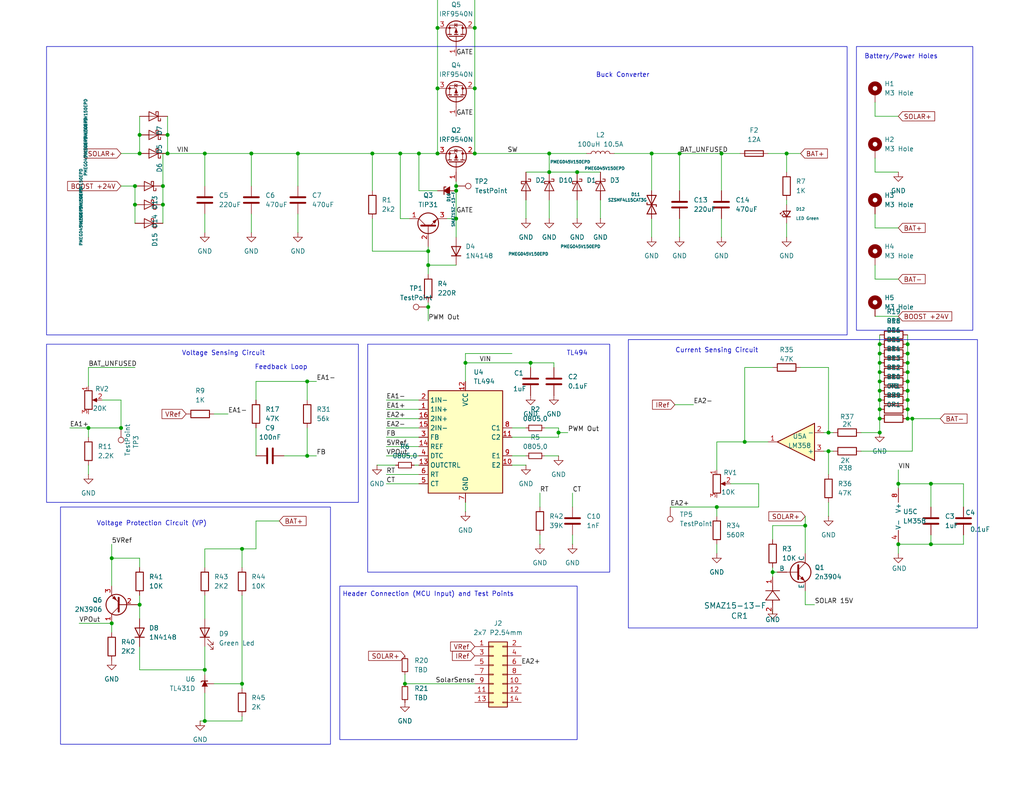
<source format=kicad_sch>
(kicad_sch (version 20231120) (generator "eeschema") (generator_version "8.0")
  (paper "USLetter")
  (title_block (title "Main") (date "2024-04-26") (rev "B01"))
  (junction (at 226.06 118.11))
  (junction (at 240.03 114.3))
  (junction (at 240.03 96.52))
  (junction (at 240.03 109.22))
  (junction (at 247.65 93.98))
  (junction (at 38.1 36.83))
  (junction (at 185.42 41.91))
  (junction (at 226.06 123.19))
  (junction (at 127 99.06))
  (junction (at 149.86 46.99))
  (junction (at 247.65 106.68))
  (junction (at 195.58 138.43))
  (junction (at 245.11 148.59))
  (junction (at 254 148.59))
  (junction (at 240.03 101.6))
  (junction (at 38.1 165.1))
  (junction (at 247.65 111.76))
  (junction (at 157.48 46.99))
  (junction (at 114.3 41.91))
  (junction (at 247.65 96.52))
  (junction (at 36.83 55.88))
  (junction (at 240.03 93.98))
  (junction (at 30.48 170.18))
  (junction (at 203.2 120.65))
  (junction (at 44.45 55.88))
  (junction (at 36.83 50.8))
  (junction (at 66.04 149.86))
  (junction (at 214.63 41.91))
  (junction (at 68.58 41.91))
  (junction (at 38.1 41.91))
  (junction (at 240.03 99.06))
  (junction (at 219.71 143.51))
  (junction (at 119.38 41.91))
  (junction (at 83.82 104.14))
  (junction (at 33.02 116.84))
  (junction (at 129.54 -11.43))
  (junction (at 24.13 116.84))
  (junction (at 247.65 114.3))
  (junction (at 240.03 111.76))
  (junction (at 101.6 41.91))
  (junction (at 240.03 106.68))
  (junction (at 248.92 114.3))
  (junction (at 30.48 152.4))
  (junction (at 119.38 24.13))
  (junction (at 124.46 50.8))
  (junction (at 55.88 41.91))
  (junction (at 247.65 109.22))
  (junction (at 144.78 99.06))
  (junction (at 210.82 156.21))
  (junction (at 254 132.08))
  (junction (at 109.22 41.91))
  (junction (at 152.4 118.11))
  (junction (at 196.85 41.91))
  (junction (at 129.54 24.13))
  (junction (at 124.46 59.69))
  (junction (at 55.88 182.88))
  (junction (at 116.84 83.82))
  (junction (at 116.84 68.58))
  (junction (at 81.28 41.91))
  (junction (at 247.65 104.14))
  (junction (at 66.04 186.69))
  (junction (at 44.45 50.8))
  (junction (at 119.38 7.62))
  (junction (at 116.84 72.39))
  (junction (at 45.72 41.91))
  (junction (at 240.03 118.11))
  (junction (at 55.88 196.85))
  (junction (at 129.54 41.91))
  (junction (at 247.65 101.6))
  (junction (at 245.11 132.08))
  (junction (at 177.8 41.91))
  (junction (at 149.86 41.91))
  (junction (at 119.38 -11.43))
  (junction (at 240.03 104.14))
  (junction (at 124.46 52.07))
  (junction (at 247.65 99.06))
  (junction (at 83.82 124.46))
  (junction (at 45.72 36.83))
  (junction (at 110.49 186.69))
  (junction (at 129.54 7.62))
  (wire (pts (xy 116.84 67.31) (xy 116.84 68.58)))
  (wire (pts (xy 144.78 99.06) (xy 144.78 100.33)))
  (wire (pts (xy 44.45 60.96) (xy 44.45 55.88)))
  (wire (pts (xy 109.22 41.91) (xy 114.3 41.91)))
  (wire (pts (xy 238.76 58.42) (xy 238.76 62.23)))
  (wire (pts (xy 45.72 31.75) (xy 45.72 36.83)))
  (wire (pts (xy 30.48 170.18) (xy 30.48 172.72)))
  (wire (pts (xy 101.6 59.69) (xy 101.6 68.58)))
  (wire (pts (xy 247.65 93.98) (xy 247.65 96.52)))
  (wire (pts (xy 139.7 124.46) (xy 143.51 124.46)))
  (wire (pts (xy 157.48 54.61) (xy 157.48 59.69)))
  (wire (pts (xy 24.13 116.84) (xy 24.13 119.38)))
  (wire (pts (xy 210.82 156.21) (xy 210.82 157.48)))
  (wire (pts (xy 240.03 91.44) (xy 240.03 93.98)))
  (wire (pts (xy 214.63 60.96) (xy 214.63 64.77)))
  (wire (pts (xy 214.63 54.61) (xy 214.63 55.88)))
  (wire (pts (xy 219.71 140.97) (xy 219.71 143.51)))
  (wire (pts (xy 83.82 104.14) (xy 83.82 109.22)))
  (wire (pts (xy 55.88 176.53) (xy 55.88 182.88)))
  (wire (pts (xy 139.7 96.52) (xy 127 96.52)))
  (wire (pts (xy 254 148.59) (xy 262.89 148.59)))
  (wire (pts (xy 38.1 162.56) (xy 38.1 165.1)))
  (wire (pts (xy 199.39 132.08) (xy 207.01 132.08)))
  (wire (pts (xy 240.03 106.68) (xy 240.03 109.22)))
  (wire (pts (xy 68.58 41.91) (xy 68.58 50.8)))
  (wire (pts (xy 55.88 162.56) (xy 55.88 168.91)))
  (wire (pts (xy 226.06 137.16) (xy 226.06 140.97)))
  (wire (pts (xy 30.48 152.4) (xy 30.48 160.02)))
  (wire (pts (xy 27.94 109.22) (xy 33.02 109.22)))
  (wire (pts (xy 167.64 41.91) (xy 177.8 41.91)))
  (wire (pts (xy 38.1 36.83) (xy 38.1 41.91)))
  (wire (pts (xy 110.49 186.69) (xy 129.54 186.69)))
  (wire (pts (xy 210.82 100.33) (xy 203.2 100.33)))
  (wire (pts (xy 148.59 124.46) (xy 152.4 124.46)))
  (wire (pts (xy 105.41 114.3) (xy 114.3 114.3)))
  (wire (pts (xy 36.83 50.8) (xy 36.83 55.88)))
  (wire (pts (xy 33.02 41.91) (xy 38.1 41.91)))
  (wire (pts (xy 151.13 99.06) (xy 151.13 100.33)))
  (wire (pts (xy 262.89 148.59) (xy 262.89 146.05)))
  (wire (pts (xy 119.38 -27.94) (xy 119.38 -11.43)))
  (wire (pts (xy 224.79 123.19) (xy 226.06 123.19)))
  (wire (pts (xy 124.46 50.8) (xy 124.46 52.07)))
  (wire (pts (xy 121.92 59.69) (xy 124.46 59.69)))
  (wire (pts (xy 124.46 59.69) (xy 124.46 64.77)))
  (wire (pts (xy 227.33 118.11) (xy 226.06 118.11)))
  (wire (pts (xy 55.88 41.91) (xy 68.58 41.91)))
  (wire (pts (xy 210.82 154.94) (xy 210.82 156.21)))
  (wire (pts (xy 69.85 104.14) (xy 83.82 104.14)))
  (wire (pts (xy 214.63 41.91) (xy 214.63 46.99)))
  (wire (pts (xy 55.88 41.91) (xy 55.88 50.8)))
  (wire (pts (xy 33.02 109.22) (xy 33.02 116.84)))
  (wire (pts (xy 55.88 149.86) (xy 66.04 149.86)))
  (wire (pts (xy 226.06 123.19) (xy 226.06 129.54)))
  (wire (pts (xy 240.03 101.6) (xy 240.03 104.14)))
  (wire (pts (xy 212.09 156.21) (xy 210.82 156.21)))
  (wire (pts (xy 55.88 196.85) (xy 66.04 196.85)))
  (wire (pts (xy 152.4 118.11) (xy 154.94 118.11)))
  (wire (pts (xy 247.65 104.14) (xy 247.65 106.68)))
  (wire (pts (xy 38.1 154.94) (xy 38.1 152.4)))
  (wire (pts (xy 68.58 41.91) (xy 81.28 41.91)))
  (wire (pts (xy 109.22 59.69) (xy 111.76 59.69)))
  (wire (pts (xy 44.45 50.8) (xy 44.45 41.91)))
  (wire (pts (xy 69.85 116.84) (xy 69.85 124.46)))
  (wire (pts (xy 38.1 176.53) (xy 38.1 182.88)))
  (wire (pts (xy 177.8 41.91) (xy 185.42 41.91)))
  (wire (pts (xy 226.06 123.19) (xy 227.33 123.19)))
  (wire (pts (xy 129.54 41.91) (xy 149.86 41.91)))
  (wire (pts (xy 45.72 41.91) (xy 55.88 41.91)))
  (wire (pts (xy 76.2 142.24) (xy 69.85 142.24)))
  (wire (pts (xy 44.45 41.91) (xy 45.72 41.91)))
  (wire (pts (xy 66.04 186.69) (xy 66.04 187.96)))
  (wire (pts (xy 119.38 7.62) (xy 119.38 24.13)))
  (wire (pts (xy 101.6 41.91) (xy 101.6 52.07)))
  (wire (pts (xy 83.82 104.14) (xy 86.36 104.14)))
  (wire (pts (xy 238.76 27.94) (xy 238.76 31.75)))
  (wire (pts (xy 185.42 41.91) (xy 196.85 41.91)))
  (wire (pts (xy 83.82 124.46) (xy 86.36 124.46)))
  (wire (pts (xy 226.06 118.11) (xy 224.79 118.11)))
  (wire (pts (xy 105.41 111.76) (xy 114.3 111.76)))
  (wire (pts (xy 152.4 116.84) (xy 152.4 118.11)))
  (wire (pts (xy 81.28 58.42) (xy 81.28 63.5)))
  (wire (pts (xy 38.1 31.75) (xy 38.1 36.83)))
  (wire (pts (xy 55.88 182.88) (xy 38.1 182.88)))
  (wire (pts (xy 214.63 41.91) (xy 209.55 41.91)))
  (wire (pts (xy 149.86 41.91) (xy 160.02 41.91)))
  (wire (pts (xy 157.48 46.99) (xy 163.83 46.99)))
  (wire (pts (xy 195.58 138.43) (xy 207.01 138.43)))
  (wire (pts (xy 44.45 55.88) (xy 44.45 50.8)))
  (wire (pts (xy 248.92 123.19) (xy 248.92 114.3)))
  (wire (pts (xy 262.89 132.08) (xy 254 132.08)))
  (wire (pts (xy 207.01 132.08) (xy 207.01 138.43)))
  (wire (pts (xy 195.58 120.65) (xy 203.2 120.65)))
  (wire (pts (xy 219.71 165.1) (xy 222.25 165.1)))
  (wire (pts (xy 203.2 120.65) (xy 209.55 120.65)))
  (wire (pts (xy 149.86 54.61) (xy 149.86 59.69)))
  (wire (pts (xy 254 132.08) (xy 245.11 132.08)))
  (wire (pts (xy 248.92 114.3) (xy 256.54 114.3)))
  (wire (pts (xy 113.03 127) (xy 114.3 127)))
  (wire (pts (xy 210.82 143.51) (xy 210.82 147.32)))
  (wire (pts (xy 69.85 142.24) (xy 69.85 149.86)))
  (wire (pts (xy 102.87 127) (xy 107.95 127)))
  (wire (pts (xy 240.03 111.76) (xy 240.03 114.3)))
  (wire (pts (xy 234.95 123.19) (xy 248.92 123.19)))
  (wire (pts (xy 245.11 128.27) (xy 245.11 132.08)))
  (wire (pts (xy 143.51 46.99) (xy 149.86 46.99)))
  (wire (pts (xy 105.41 124.46) (xy 114.3 124.46)))
  (wire (pts (xy 58.42 186.69) (xy 66.04 186.69)))
  (wire (pts (xy 152.4 118.11) (xy 152.4 119.38)))
  (wire (pts (xy 196.85 59.69) (xy 196.85 64.77)))
  (wire (pts (xy 203.2 100.33) (xy 203.2 120.65)))
  (wire (pts (xy 234.95 118.11) (xy 240.03 118.11)))
  (wire (pts (xy 139.7 116.84) (xy 143.51 116.84)))
  (wire (pts (xy 55.88 149.86) (xy 55.88 154.94)))
  (wire (pts (xy 114.3 41.91) (xy 119.38 41.91)))
  (wire (pts (xy 77.47 124.46) (xy 83.82 124.46)))
  (wire (pts (xy 116.84 68.58) (xy 116.84 72.39)))
  (wire (pts (xy 116.84 72.39) (xy 124.46 72.39)))
  (wire (pts (xy 238.76 76.2) (xy 245.11 76.2)))
  (wire (pts (xy 66.04 149.86) (xy 69.85 149.86)))
  (wire (pts (xy 139.7 127) (xy 143.51 127)))
  (wire (pts (xy 147.32 146.05) (xy 147.32 148.59)))
  (wire (pts (xy 38.1 165.1) (xy 38.1 168.91)))
  (wire (pts (xy 116.84 82.55) (xy 116.84 83.82)))
  (wire (pts (xy 55.88 58.42) (xy 55.88 63.5)))
  (wire (pts (xy 114.3 52.07) (xy 119.38 52.07)))
  (wire (pts (xy 127 96.52) (xy 127 99.06)))
  (wire (pts (xy 148.59 116.84) (xy 152.4 116.84)))
  (wire (pts (xy 24.13 127) (xy 24.13 129.54)))
  (wire (pts (xy 109.22 41.91) (xy 109.22 59.69)))
  (wire (pts (xy 238.76 43.18) (xy 238.76 46.99)))
  (wire (pts (xy 66.04 162.56) (xy 66.04 186.69)))
  (wire (pts (xy 238.76 31.75) (xy 245.11 31.75)))
  (wire (pts (xy 210.82 143.51) (xy 219.71 143.51)))
  (wire (pts (xy 163.83 54.61) (xy 163.83 59.69)))
  (wire (pts (xy 247.65 114.3) (xy 248.92 114.3)))
  (wire (pts (xy 218.44 100.33) (xy 226.06 100.33)))
  (wire (pts (xy 105.41 132.08) (xy 114.3 132.08)))
  (wire (pts (xy 116.84 72.39) (xy 116.84 74.93)))
  (wire (pts (xy 149.86 46.99) (xy 157.48 46.99)))
  (wire (pts (xy 182.88 138.43) (xy 195.58 138.43)))
  (wire (pts (xy 105.41 109.22) (xy 114.3 109.22)))
  (wire (pts (xy 124.46 52.07) (xy 124.46 59.69)))
  (wire (pts (xy 240.03 93.98) (xy 240.03 96.52)))
  (wire (pts (xy 21.59 170.18) (xy 30.48 170.18)))
  (wire (pts (xy 55.88 182.88) (xy 55.88 184.15)))
  (wire (pts (xy 81.28 41.91) (xy 81.28 50.8)))
  (wire (pts (xy 245.11 151.13) (xy 245.11 148.59)))
  (wire (pts (xy 127 99.06) (xy 144.78 99.06)))
  (wire (pts (xy 129.54 7.62) (xy 129.54 24.13)))
  (wire (pts (xy 247.65 96.52) (xy 247.65 99.06)))
  (wire (pts (xy 101.6 68.58) (xy 116.84 68.58)))
  (wire (pts (xy 254 132.08) (xy 254 138.43)))
  (wire (pts (xy 195.58 148.59) (xy 195.58 151.13)))
  (wire (pts (xy 55.88 189.23) (xy 55.88 196.85)))
  (wire (pts (xy 58.42 113.03) (xy 62.23 113.03)))
  (wire (pts (xy 30.48 152.4) (xy 38.1 152.4)))
  (wire (pts (xy 24.13 100.33) (xy 36.83 100.33)))
  (wire (pts (xy 247.65 99.06) (xy 247.65 101.6)))
  (wire (pts (xy 185.42 52.07) (xy 185.42 41.91)))
  (wire (pts (xy 147.32 134.62) (xy 147.32 138.43)))
  (wire (pts (xy 240.03 109.22) (xy 240.03 111.76)))
  (wire (pts (xy 55.88 196.85) (xy 54.61 196.85)))
  (wire (pts (xy 149.86 41.91) (xy 149.86 46.99)))
  (wire (pts (xy 240.03 99.06) (xy 240.03 101.6)))
  (wire (pts (xy 101.6 41.91) (xy 109.22 41.91)))
  (wire (pts (xy 45.72 36.83) (xy 45.72 41.91)))
  (wire (pts (xy 105.41 121.92) (xy 114.3 121.92)))
  (wire (pts (xy 238.76 72.39) (xy 238.76 76.2)))
  (wire (pts (xy 119.38 24.13) (xy 119.38 41.91)))
  (wire (pts (xy 184.15 110.49) (xy 189.23 110.49)))
  (wire (pts (xy 127 137.16) (xy 127 139.7)))
  (wire (pts (xy 196.85 41.91) (xy 196.85 52.07)))
  (wire (pts (xy 143.51 54.61) (xy 143.51 59.69)))
  (wire (pts (xy 240.03 96.52) (xy 240.03 99.06)))
  (wire (pts (xy 110.49 184.15) (xy 110.49 186.69)))
  (wire (pts (xy 33.02 50.8) (xy 36.83 50.8)))
  (wire (pts (xy 105.41 129.54) (xy 114.3 129.54)))
  (wire (pts (xy 30.48 148.59) (xy 30.48 152.4)))
  (wire (pts (xy 139.7 119.38) (xy 152.4 119.38)))
  (wire (pts (xy 247.65 109.22) (xy 247.65 111.76)))
  (wire (pts (xy 105.41 116.84) (xy 114.3 116.84)))
  (wire (pts (xy 24.13 100.33) (xy 24.13 105.41)))
  (wire (pts (xy 66.04 196.85) (xy 66.04 195.58)))
  (wire (pts (xy 195.58 138.43) (xy 195.58 140.97)))
  (wire (pts (xy 66.04 149.86) (xy 66.04 154.94)))
  (wire (pts (xy 177.8 41.91) (xy 177.8 52.07)))
  (wire (pts (xy 240.03 104.14) (xy 240.03 106.68)))
  (wire (pts (xy 105.41 119.38) (xy 114.3 119.38)))
  (wire (pts (xy 210.82 166.37) (xy 210.82 167.64)))
  (wire (pts (xy 247.65 101.6) (xy 247.65 104.14)))
  (wire (pts (xy 129.54 24.13) (xy 129.54 41.91)))
  (wire (pts (xy 238.76 46.99) (xy 245.11 46.99)))
  (wire (pts (xy 116.84 83.82) (xy 116.84 87.63)))
  (wire (pts (xy 114.3 41.91) (xy 114.3 52.07)))
  (wire (pts (xy 238.76 86.36) (xy 245.11 86.36)))
  (wire (pts (xy 185.42 59.69) (xy 185.42 64.77)))
  (wire (pts (xy 247.65 111.76) (xy 247.65 114.3)))
  (wire (pts (xy 238.76 62.23) (xy 245.11 62.23)))
  (wire (pts (xy 156.21 146.05) (xy 156.21 148.59)))
  (wire (pts (xy 69.85 109.22) (xy 69.85 104.14)))
  (wire (pts (xy 226.06 100.33) (xy 226.06 118.11)))
  (wire (pts (xy 254 148.59) (xy 254 146.05)))
  (wire (pts (xy 247.65 106.68) (xy 247.65 109.22)))
  (wire (pts (xy 68.58 58.42) (xy 68.58 63.5)))
  (wire (pts (xy 177.8 59.69) (xy 177.8 64.77)))
  (wire (pts (xy 144.78 99.06) (xy 151.13 99.06)))
  (wire (pts (xy 127 99.06) (xy 127 104.14)))
  (wire (pts (xy 214.63 41.91) (xy 218.44 41.91)))
  (wire (pts (xy 19.05 116.84) (xy 24.13 116.84)))
  (wire (pts (xy 129.54 -11.43) (xy 129.54 7.62)))
  (wire (pts (xy 262.89 138.43) (xy 262.89 132.08)))
  (wire (pts (xy 83.82 116.84) (xy 83.82 124.46)))
  (wire (pts (xy 196.85 41.91) (xy 201.93 41.91)))
  (wire (pts (xy 119.38 -11.43) (xy 119.38 7.62)))
  (wire (pts (xy 124.46 49.53) (xy 124.46 50.8)))
  (wire (pts (xy 245.11 132.08) (xy 245.11 133.35)))
  (wire (pts (xy 240.03 114.3) (xy 240.03 118.11)))
  (wire (pts (xy 219.71 143.51) (xy 219.71 151.13)))
  (wire (pts (xy 245.11 148.59) (xy 254 148.59)))
  (wire (pts (xy 219.71 161.29) (xy 219.71 165.1)))
  (wire (pts (xy 81.28 41.91) (xy 101.6 41.91)))
  (wire (pts (xy 247.65 91.44) (xy 247.65 93.98)))
  (wire (pts (xy 129.54 -27.94) (xy 129.54 -11.43)))
  (wire (pts (xy 33.02 116.84) (xy 24.13 116.84)))
  (wire (pts (xy 195.58 120.65) (xy 195.58 128.27)))
  (wire (pts (xy 36.83 55.88) (xy 36.83 60.96)))
  (wire (pts (xy 156.21 134.62) (xy 156.21 138.43)))
  (rectangle (start 233.68 12.7) (end 265.43 90.17))
  (rectangle (start 12.7 12.7) (end 231.14 91.44))
  (rectangle (start 171.45 92.71) (end 266.7 171.45))
  (rectangle (start 12.7 93.98) (end 97.79 137.16))
  (rectangle (start 100.33 93.98) (end 166.37 156.21))
  (rectangle (start 16.51 138.43) (end 90.17 203.2))
  (rectangle (start 92.71 160.02) (end 157.48 201.93))
  (text "Voltage Protection Circuit (VP)" (at 41.402 143.002 0) (effects (font (size 1.27 1.27))))
  (text "Voltage Sensing Circuit" (at 60.96 96.52 0) (effects (font (size 1.27 1.27))))
  (text "Feedback Loop" (at 76.708 100.33 0) (effects (font (size 1.27 1.27))))
  (text "Header Connection (MCU Input) and Test Points\n\n" (at 116.84 163.322 0) (effects (font (size 1.27 1.27))))
  (text "Current Sensing Circuit" (at 195.58 95.758 0) (effects (font (size 1.27 1.27))))
  (text "Battery/Power Holes\n" (at 245.872 15.494 0) (effects (font (size 1.27 1.27))))
  (text "Buck Converter\n" (at 169.926 20.574 0) (effects (font (size 1.27 1.27))))
  (text "TL494" (at 157.48 96.52 0) (effects (font (size 1.27 1.27))))
  (label "EA2-" (at 189.23 110.49 0))
  (label "SW" (at 138.43 41.91 0))
  (label "FB" (at 86.36 124.46 0))
  (label "VPOut" (at 21.59 170.18 0))
  (label "EA2-" (at 105.41 116.84 0))
  (label "EA1+" (at 19.05 116.84 0))
  (label "GATE" (at 124.46 -20.32 0))
  (label "CT" (at 105.41 132.08 0))
  (label "5VRef" (at 105.41 121.92 0))
  (label "RT" (at 105.41 129.54 0))
  (label "GATE" (at 124.46 58.42 0))
  (label "SOLAR 15V" (at 222.25 165.1 0))
  (label "VPOut" (at 105.41 124.46 0))
  (label "EA2+" (at 182.88 138.43 0))
  (label "RT" (at 147.32 134.62 0))
  (label "BAT_UNFUSED" (at 185.42 41.91 0))
  (label "PWM Out" (at 154.94 118.11 0))
  (label "EA1+" (at 105.41 111.76 0))
  (label "SolarSense" (at 129.54 186.69 180))
  (label "GATE" (at 124.46 31.75 0))
  (label "EA2+" (at 105.41 114.3 0))
  (label "5VRef" (at 30.48 148.59 0))
  (label "CT" (at 156.21 134.62 0))
  (label "EA2+" (at 142.24 181.61 0))
  (label "VIN" (at 130.81 99.06 0))
  (label "EA1-" (at 105.41 109.22 0))
  (label "FB" (at 105.41 119.38 0))
  (label "PWM Out" (at 116.84 87.63 0))
  (label "GATE" (at 124.46 15.24 0))
  (label "VIN" (at 245.11 128.27 0))
  (label "EA1-" (at 86.36 104.14 0))
  (label "BAT_UNFUSED" (at 24.13 100.33 0))
  (label "GATE" (at 124.46 -3.81 0))
  (label "VIN" (at 48.26 41.91 0))
  (label "EA1-" (at 62.23 113.03 0))
  (global_label "IRef" (shape input) (at 129.54 179.07 180) (property "Intersheetrefs" "${INTERSHEET_REFS}" (effects (hide yes))))
  (global_label "BAT-" (shape input) (at 256.54 114.3 0) (property "Intersheetrefs" "${INTERSHEET_REFS}" (effects (hide yes))))
  (global_label "VRef" (shape input) (at 129.54 176.53 180) (property "Intersheetrefs" "${INTERSHEET_REFS}" (effects (hide yes))))
  (global_label "BAT+" (shape input) (at 245.11 62.23 0) (property "Intersheetrefs" "${INTERSHEET_REFS}" (effects (hide yes))))
  (global_label "BAT+" (shape input) (at 76.2 142.24 0) (property "Intersheetrefs" "${INTERSHEET_REFS}" (effects (hide yes))))
  (global_label "SOLAR+" (shape input) (at 33.02 41.91 180) (property "Intersheetrefs" "${INTERSHEET_REFS}" (effects (hide yes))))
  (global_label "BAT+" (shape input) (at 218.44 41.91 0) (property "Intersheetrefs" "${INTERSHEET_REFS}" (effects (hide yes))))
  (global_label "SOLAR+" (shape input) (at 110.49 179.07 180) (property "Intersheetrefs" "${INTERSHEET_REFS}" (effects (hide yes))))
  (global_label "BAT-" (shape input) (at 245.11 76.2 0) (property "Intersheetrefs" "${INTERSHEET_REFS}" (effects (hide yes))))
  (global_label "VRef" (shape input) (at 50.8 113.03 180) (property "Intersheetrefs" "${INTERSHEET_REFS}" (effects (hide yes))))
  (global_label "SOLAR+" (shape input) (at 219.71 140.97 180) (property "Intersheetrefs" "${INTERSHEET_REFS}" (effects (hide yes))))
  (global_label "BOOST +24V" (shape input) (at 33.02 50.8 180) (property "Intersheetrefs" "${INTERSHEET_REFS}" (effects (hide yes))))
  (global_label "BOOST +24V" (shape input) (at 245.11 86.36 0) (property "Intersheetrefs" "${INTERSHEET_REFS}" (effects (hide yes))))
  (global_label "IRef" (shape input) (at 184.15 110.49 180) (property "Intersheetrefs" "${INTERSHEET_REFS}" (effects (hide yes))))
  (global_label "SOLAR+" (shape input) (at 245.11 31.75 0) (property "Intersheetrefs" "${INTERSHEET_REFS}" (effects (hide yes))))
  (symbol (lib_id "Device:R") (at 243.84 109.22 90) (unit 1)
    (property "Reference" "R10" (at 243.84 102.87 90))
    (property "Value" "0R1" (at 243.84 105.41 90))
    (property "Footprint" "Resistor_SMD:R_0805_2012Metric_Pad1.20x1.40mm_HandSolder" (effects (hide yes)))
    (property "Description" "Resistor" (effects (hide yes)))
  )
  (symbol (lib_id "Device:Fuse") (at 205.74 41.91 90) (unit 1)
    (property "Reference" "F2" (at 205.74 35.56 90))
    (property "Value" "12A" (at 205.74 38.1 90))
    (property "Footprint" "Fuse:Fuseholder_Clip-6.3x32mm_Littelfuse_102071_Inline_P34.70x7.60mm_D2.00mm_Horizontal" (effects (hide yes)))
    (property "Description" "Fuse" (effects (hide yes)))
  )
  (symbol (lib_id "Device:R") (at 66.04 191.77 0) (unit 1)
    (property "Reference" "R45" (at 68.58 190.4999 0) (effects (justify left)))
    (property "Value" "2K" (at 68.58 193.0399 0) (effects (justify left)))
    (property "Footprint" "Resistor_SMD:R_0805_2012Metric_Pad1.20x1.40mm_HandSolder" (effects (hide yes)))
    (property "Description" "Resistor" (effects (hide yes)))
  )
  (symbol (lib_id "power:GND") (at 156.21 148.59 0) (unit 1)
    (property "Reference" "#PWR035" (effects (hide yes)))
    (property "Value" "GND" (at 156.21 153.67 0))
    (property "Description" "Power symbol creates a global label with name \"GND\" , ground" (effects (hide yes)))
  )
  (symbol (lib_id "Device:R") (at 55.88 158.75 0) (unit 1)
    (property "Reference" "R43" (at 58.42 157.4799 0) (effects (justify left)))
    (property "Value" "2K2" (at 58.42 160.0199 0) (effects (justify left)))
    (property "Footprint" "Resistor_SMD:R_0805_2012Metric_Pad1.20x1.40mm_HandSolder" (effects (hide yes)))
    (property "Description" "Resistor" (effects (hide yes)))
  )
  (symbol (lib_id "Diode:PMEG045V150EPD") (at 163.83 50.8 270) (unit 1)
    (property "Reference" "D3" (at 166.37 49.2124 90) (effects (justify left)))
    (property "Value" "PMEG045V150EPD" (at 159.512 45.974 90) (effects (font (size 0.8 0.8)) (justify left)))
    (property "Footprint" "Package_TO_SOT_SMD:Nexperia_CFP15_SOT-1289" (effects (hide yes)))
    (property "Datasheet" "https://assets.nexperia.com/documents/data-sheet/PMEG045V150EPD.pdf" (effects (hide yes)))
    (property "Description" "45V, 15A low Vf MEGA Schottky barrier rectifier, SOT-1289" (effects (hide yes)))
  )
  (symbol (lib_id "power:GND") (at 152.4 124.46 0) (unit 1)
    (property "Reference" "#PWR032" (effects (hide yes)))
    (property "Value" "GND" (at 152.4 129.54 0))
    (property "Description" "Power symbol creates a global label with name \"GND\" , ground" (effects (hide yes)))
  )
  (symbol (lib_id "Transistor_FET:IRF9540N") (at 124.46 10.16 270) (mirror x) (unit 1)
    (property "Reference" "Q5" (at 124.46 1.27 90))
    (property "Value" "IRF9540N" (at 124.46 3.81 90))
    (property "Footprint" "Package_TO_SOT_THT:TO-220-3_Vertical" (effects (hide yes)))
    (property "Datasheet" "http://www.irf.com/product-info/datasheets/data/irf9540n.pdf" (effects (hide yes)))
    (property "Description" "-23A Id, -100V Vds, 117mOhm Rds, P-Channel HEXFET Power MOSFET, TO-220" (effects (hide yes)))
  )
  (symbol (lib_id "Device:C") (at 73.66 124.46 90) (unit 1)
    (property "Reference" "C9" (at 73.66 116.84 90))
    (property "Value" "100nF" (at 73.66 119.38 90))
    (property "Footprint" "Capacitor_SMD:C_0805_2012Metric_Pad1.18x1.45mm_HandSolder" (effects (hide yes)))
    (property "Description" "Unpolarized capacitor" (effects (hide yes)))
  )
  (symbol (lib_id "jlcpcb-basic-resistor:0805,0") (at 110.49 181.61 0) (unit 1)
    (property "Reference" "R20" (at 113.03 180.3399 0) (effects (justify left)))
    (property "Value" "TBD" (at 113.03 182.8799 0) (effects (justify left)))
    (property "Footprint" "R_0805_2012Metric" (effects (hide yes)))
    (property "Datasheet" "https://datasheet.lcsc.com/lcsc/2110251730_UNI-ROYAL-Uniroyal-Elec-0805W8F0000T5E_C17477.pdf" (effects (hide yes)))
    (property "Description" "1% 125mW Thick Film Resistors 150V   800ppm    -55    155   0   0805 Chip Resistor - Surface Mount ROHS" (effects (hide yes)))
    (property "LCSC" "C17477" (effects (hide yes)))
    (property "MFG" "UNI-ROYAL(Uniroyal Elec)" (effects (hide yes)))
    (property "MFGPN" "0805W8F0000T5E" (effects (hide yes)))
  )
  (symbol (lib_id "Device:R") (at 69.85 113.03 0) (unit 1)
    (property "Reference" "R17" (at 72.39 111.7599 0) (effects (justify left)))
    (property "Value" "47K" (at 72.39 114.2999 0) (effects (justify left)))
    (property "Footprint" "Resistor_SMD:R_0805_2012Metric_Pad1.20x1.40mm_HandSolder" (effects (hide yes)))
    (property "Description" "Resistor" (effects (hide yes)))
  )
  (symbol (lib_id "power:GND") (at 143.51 127 0) (unit 1)
    (property "Reference" "#PWR031" (effects (hide yes)))
    (property "Value" "GND" (at 143.51 132.08 0))
    (property "Description" "Power symbol creates a global label with name \"GND\" , ground" (effects (hide yes)))
  )
  (symbol (lib_id "power:GND") (at 127 139.7 0) (unit 1)
    (property "Reference" "#PWR028" (effects (hide yes)))
    (property "Value" "GND" (at 127 144.78 0))
    (property "Description" "Power symbol creates a global label with name \"GND\" , ground" (effects (hide yes)))
  )
  (symbol (lib_id "power:GND") (at 177.8 64.77 0) (unit 1)
    (property "Reference" "#PWR011" (effects (hide yes)))
    (property "Value" "GND" (at 177.8 69.85 0))
    (property "Description" "Power symbol creates a global label with name \"GND\" , ground" (effects (hide yes)))
  )
  (symbol (lib_id "Device:R") (at 30.48 176.53 0) (unit 1)
    (property "Reference" "R40" (at 33.02 175.2599 0) (effects (justify left)))
    (property "Value" "2K2" (at 33.02 177.7999 0) (effects (justify left)))
    (property "Footprint" "Resistor_SMD:R_0805_2012Metric_Pad1.20x1.40mm_HandSolder" (effects (hide yes)))
    (property "Description" "Resistor" (effects (hide yes)))
  )
  (symbol (lib_id "Device:C") (at 156.21 142.24 0) (unit 1)
    (property "Reference" "C10" (at 160.02 140.9699 0) (effects (justify left)))
    (property "Value" "1nF" (at 160.02 143.5099 0) (effects (justify left)))
    (property "Footprint" "Capacitor_SMD:C_0805_2012Metric_Pad1.18x1.45mm_HandSolder" (effects (hide yes)))
    (property "Description" "Unpolarized capacitor" (effects (hide yes)))
  )
  (symbol (lib_id "power:GND") (at 30.48 180.34 0) (unit 1)
    (property "Reference" "#PWR033" (effects (hide yes)))
    (property "Value" "GND" (at 30.48 185.42 0))
    (property "Description" "Power symbol creates a global label with name \"GND\" , ground" (effects (hide yes)))
  )
  (symbol (lib_id "power:GND") (at 151.13 107.95 0) (unit 1)
    (property "Reference" "#PWR02" (effects (hide yes)))
    (property "Value" "GND" (at 151.13 113.03 0))
    (property "Description" "Power symbol creates a global label with name \"GND\" , ground" (effects (hide yes)))
  )
  (symbol (lib_id "Simulation_SPICE:NPN") (at 217.17 156.21 0) (unit 1)
    (property "Reference" "Q1" (at 222.25 154.9399 0) (effects (justify left)))
    (property "Value" "2n3904" (at 222.25 157.4799 0) (effects (justify left)))
    (property "Footprint" "Package_TO_SOT_THT:TO-92_Inline" (effects (hide yes)))
    (property "Datasheet" "https://ngspice.sourceforge.io/docs/ngspice-html-manual/manual.xhtml#cha_BJTs" (effects (hide yes)))
    (property "Description" "Bipolar transistor symbol for simulation only, substrate tied to the emitter" (effects (hide yes)))
    (property "Sim.Device" "NPN" (effects (hide yes)))
    (property "Sim.Type" "GUMMELPOON" (effects (hide yes)))
    (property "Sim.Pins" "1=C 2=B 3=E" (effects (hide yes)))
  )
  (symbol (lib_id "Device:R") (at 243.84 93.98 90) (unit 1)
    (property "Reference" "R18" (at 243.84 87.63 90))
    (property "Value" "0R1" (at 243.84 90.17 90))
    (property "Footprint" "Resistor_SMD:R_0805_2012Metric_Pad1.20x1.40mm_HandSolder" (effects (hide yes)))
    (property "Description" "Resistor" (effects (hide yes)))
  )
  (symbol (lib_id "Device:R") (at 243.84 111.76 90) (unit 1)
    (property "Reference" "R8" (at 243.84 105.41 90))
    (property "Value" "0R1" (at 243.84 107.95 90))
    (property "Footprint" "Resistor_SMD:R_0805_2012Metric_Pad1.20x1.40mm_HandSolder" (effects (hide yes)))
    (property "Description" "Resistor" (effects (hide yes)))
  )
  (symbol (lib_id "Device:R") (at 83.82 113.03 0) (unit 1)
    (property "Reference" "R31" (at 86.36 111.7599 0) (effects (justify left)))
    (property "Value" "56k" (at 86.36 114.2999 0) (effects (justify left)))
    (property "Footprint" "Resistor_SMD:R_0805_2012Metric_Pad1.20x1.40mm_HandSolder" (effects (hide yes)))
    (property "Description" "Resistor" (effects (hide yes)))
  )
  (symbol (lib_id "Transistor_FET:IRF9540N") (at 124.46 26.67 270) (mirror x) (unit 1)
    (property "Reference" "Q4" (at 124.46 17.78 90))
    (property "Value" "IRF9540N" (at 124.46 20.32 90))
    (property "Footprint" "Package_TO_SOT_THT:TO-220-3_Vertical" (effects (hide yes)))
    (property "Datasheet" "http://www.irf.com/product-info/datasheets/data/irf9540n.pdf" (effects (hide yes)))
    (property "Description" "-23A Id, -100V Vds, 117mOhm Rds, P-Channel HEXFET Power MOSFET, TO-220" (effects (hide yes)))
  )
  (symbol (lib_id "Diode:PMEG045V150EPD") (at 41.91 36.83 180) (unit 1)
    (property "Reference" "D5" (at 43.4976 39.37 90) (effects (justify left)))
    (property "Value" "PMEG045V150EPD" (at 23.368 32.004 90) (effects (font (size 0.8 0.8)) (justify left)))
    (property "Footprint" "Package_TO_SOT_SMD:Nexperia_CFP15_SOT-1289" (effects (hide yes)))
    (property "Datasheet" "https://assets.nexperia.com/documents/data-sheet/PMEG045V150EPD.pdf" (effects (hide yes)))
    (property "Description" "45V, 15A low Vf MEGA Schottky barrier rectifier, SOT-1289" (effects (hide yes)))
  )
  (symbol (lib_id "Diode:PMEG045V150EPD") (at 40.64 55.88 180) (unit 1)
    (property "Reference" "D14" (at 42.2276 58.42 90) (effects (justify left)))
    (property "Value" "PMEG045V150EPD" (at 22.098 51.054 90) (effects (font (size 0.8 0.8)) (justify left)))
    (property "Footprint" "Package_TO_SOT_SMD:Nexperia_CFP15_SOT-1289" (effects (hide yes)))
    (property "Datasheet" "https://assets.nexperia.com/documents/data-sheet/PMEG045V150EPD.pdf" (effects (hide yes)))
    (property "Description" "45V, 15A low Vf MEGA Schottky barrier rectifier, SOT-1289" (effects (hide yes)))
  )
  (symbol (lib_id "power:GND") (at 147.32 148.59 0) (unit 1)
    (property "Reference" "#PWR034" (effects (hide yes)))
    (property "Value" "GND" (at 147.32 153.67 0))
    (property "Description" "Power symbol creates a global label with name \"GND\" , ground" (effects (hide yes)))
  )
  (symbol (lib_id "Device:C") (at 151.13 104.14 0) (unit 1)
    (property "Reference" "C2" (at 154.94 102.8699 0) (effects (justify left)))
    (property "Value" "0.1uF" (at 154.94 105.4099 0) (effects (justify left)))
    (property "Footprint" "Capacitor_SMD:C_0805_2012Metric" (effects (hide yes)))
    (property "Description" "Unpolarized capacitor" (effects (hide yes)))
  )
  (symbol (lib_id "jlcpcb-basic-resistor:0805,0") (at 146.05 124.46 90) (unit 1)
    (property "Reference" "R5" (at 146.05 119.38 90))
    (property "Value" "0805,0" (at 146.05 121.92 90))
    (property "Footprint" "R_0805_2012Metric" (effects (hide yes)))
    (property "Datasheet" "https://datasheet.lcsc.com/lcsc/2110251730_UNI-ROYAL-Uniroyal-Elec-0805W8F0000T5E_C17477.pdf" (effects (hide yes)))
    (property "Description" "1% 125mW Thick Film Resistors 150V   800ppm    -55    155   0   0805 Chip Resistor - Surface Mount ROHS" (effects (hide yes)))
    (property "LCSC" "C17477" (effects (hide yes)))
    (property "MFG" "UNI-ROYAL(Uniroyal Elec)" (effects (hide yes)))
    (property "MFGPN" "0805W8F0000T5E" (effects (hide yes)))
  )
  (symbol (lib_id "power:GND") (at 157.48 59.69 0) (unit 1)
    (property "Reference" "#PWR03" (effects (hide yes)))
    (property "Value" "GND" (at 157.48 64.77 0))
    (property "Description" "Power symbol creates a global label with name \"GND\" , ground" (effects (hide yes)))
  )
  (symbol (lib_id "Mechanical:MountingHole_Pad") (at 238.76 40.64 0) (unit 1) (exclude_from_sim yes) (in_bom no)
    (property "Reference" "H2" (at 241.3 38.0999 0) (effects (justify left)))
    (property "Value" "M3 Hole" (at 241.3 40.6399 0) (effects (justify left)))
    (property "Footprint" "MountingHole:MountingHole_3.2mm_M3_Pad_TopBottom" (effects (hide yes)))
    (property "Description" "Mounting Hole with connection" (effects (hide yes)))
  )
  (symbol (lib_id "Connector:TestPoint") (at 33.02 116.84 180) (unit 1)
    (property "Reference" "TP3" (at 37.084 120.65 90))
    (property "Value" "TestPoint" (at 34.798 120.142 90))
    (property "Footprint" "TestPoint:TestPoint_Loop_D2.54mm_Drill1.5mm_Beaded" (effects (hide yes)))
    (property "Description" "test point" (effects (hide yes)))
  )
  (symbol (lib_id "Connector:TestPoint") (at 116.84 83.82 90) (unit 1)
    (property "Reference" "TP1" (at 113.538 78.74 90))
    (property "Value" "TestPoint" (at 113.538 81.28 90))
    (property "Footprint" "TestPoint:TestPoint_Loop_D2.54mm_Drill1.5mm_Beaded" (effects (hide yes)))
    (property "Description" "test point" (effects (hide yes)))
  )
  (symbol (lib_id "2024-04-08_20-40-16:SMAZ15-13-F") (at 210.82 167.64 90) (unit 1)
    (property "Reference" "CR1" (at 199.39 168.148 90) (effects (font (size 1.524 1.524)) (justify right)))
    (property "Value" "SMAZ15-13-F" (at 192.024 165.354 90) (effects (font (size 1.524 1.524)) (justify right)))
    (property "Footprint" "Symbols and footprints:SMA_DIO" (effects (hide yes)))
    (property "Datasheet" "SMAZ15-13-F" (effects (hide yes)))
  )
  (symbol (lib_id "Transistor_FET:IRF9540N") (at 124.46 -25.4 270) (mirror x) (unit 1)
    (property "Reference" "Q8" (at 124.46 -34.29 90))
    (property "Value" "IRF9540N" (at 124.46 -31.75 90))
    (property "Footprint" "Package_TO_SOT_THT:TO-220-3_Vertical" (effects (hide yes)))
    (property "Datasheet" "http://www.irf.com/product-info/datasheets/data/irf9540n.pdf" (effects (hide yes)))
    (property "Description" "-23A Id, -100V Vds, 117mOhm Rds, P-Channel HEXFET Power MOSFET, TO-220" (effects (hide yes)))
  )
  (symbol (lib_id "Diode:PMEG045V150EPD") (at 149.86 50.8 270) (unit 1)
    (property "Reference" "D10" (at 152.4 49.2124 90) (effects (justify left)))
    (property "Value" "PMEG045V150EPD" (at 150.114 44.196 90) (effects (font (size 0.8 0.8)) (justify left)))
    (property "Footprint" "Package_TO_SOT_SMD:Nexperia_CFP15_SOT-1289" (effects (hide yes)))
    (property "Datasheet" "https://assets.nexperia.com/documents/data-sheet/PMEG045V150EPD.pdf" (effects (hide yes)))
    (property "Description" "45V, 15A low Vf MEGA Schottky barrier rectifier, SOT-1289" (effects (hide yes)))
  )
  (symbol (lib_id "Connector:TestPoint") (at 182.88 138.43 180) (unit 1)
    (property "Reference" "TP5" (at 185.42 140.4619 0) (effects (justify right)))
    (property "Value" "TestPoint" (at 185.42 143.0019 0) (effects (justify right)))
    (property "Footprint" "TestPoint:TestPoint_Loop_D2.54mm_Drill1.5mm_Beaded" (effects (hide yes)))
    (property "Description" "test point" (effects (hide yes)))
  )
  (symbol (lib_id "power:GND") (at 185.42 64.77 0) (unit 1)
    (property "Reference" "#PWR012" (effects (hide yes)))
    (property "Value" "GND" (at 185.42 69.85 0))
    (property "Description" "Power symbol creates a global label with name \"GND\" , ground" (effects (hide yes)))
  )
  (symbol (lib_id "power:GND") (at 143.51 59.69 0) (unit 1)
    (property "Reference" "#PWR04" (effects (hide yes)))
    (property "Value" "GND" (at 143.51 64.77 0))
    (property "Description" "Power symbol creates a global label with name \"GND\" , ground" (effects (hide yes)))
  )
  (symbol (lib_id "Device:R") (at 210.82 151.13 0) (unit 1)
    (property "Reference" "R3" (at 213.36 149.8599 0) (effects (justify left)))
    (property "Value" "10K" (at 213.36 152.3999 0) (effects (justify left)))
    (property "Footprint" "Resistor_SMD:R_0805_2012Metric_Pad1.20x1.40mm_HandSolder" (effects (hide yes)))
    (property "Description" "Resistor" (effects (hide yes)))
  )
  (symbol (lib_id "power:GND") (at 149.86 59.69 0) (unit 1)
    (property "Reference" "#PWR010" (effects (hide yes)))
    (property "Value" "GND" (at 149.86 64.77 0))
    (property "Description" "Power symbol creates a global label with name \"GND\" , ground" (effects (hide yes)))
  )
  (symbol (lib_id "Device:R") (at 231.14 118.11 90) (unit 1)
    (property "Reference" "R37" (at 231.14 113.792 90))
    (property "Value" "2K" (at 231.14 115.824 90))
    (property "Footprint" "Resistor_SMD:R_0805_2012Metric_Pad1.20x1.40mm_HandSolder" (effects (hide yes)))
    (property "Description" "Resistor" (effects (hide yes)))
  )
  (symbol (lib_id "power:GND") (at 196.85 64.77 0) (unit 1)
    (property "Reference" "#PWR013" (effects (hide yes)))
    (property "Value" "GND" (at 196.85 69.85 0))
    (property "Description" "Power symbol creates a global label with name \"GND\" , ground" (effects (hide yes)))
  )
  (symbol (lib_id "Transistor_BJT:BC557") (at 33.02 165.1 180) (unit 1)
    (property "Reference" "Q6" (at 27.94 163.8299 0) (effects (justify left)))
    (property "Value" "2N3906" (at 27.94 166.3699 0) (effects (justify left)))
    (property "Footprint" "Package_TO_SOT_THT:TO-92_Inline" (effects (hide yes)))
    (property "Datasheet" "https://www.onsemi.com/pub/Collateral/BC556BTA-D.pdf" (effects (hide yes)))
    (property "Description" "0.1A Ic, 45V Vce, PNP Small Signal Transistor, TO-92" (effects (hide yes)))
  )
  (symbol (lib_id "Transistor_FET:IRF9540N") (at 124.46 44.45 270) (mirror x) (unit 1)
    (property "Reference" "Q2" (at 124.46 35.56 90))
    (property "Value" "IRF9540N" (at 124.46 38.1 90))
    (property "Footprint" "Package_TO_SOT_THT:TO-220-3_Vertical" (effects (hide yes)))
    (property "Datasheet" "http://www.irf.com/product-info/datasheets/data/irf9540n.pdf" (effects (hide yes)))
    (property "Description" "-23A Id, -100V Vds, 117mOhm Rds, P-Channel HEXFET Power MOSFET, TO-220" (effects (hide yes)))
  )
  (symbol (lib_id "power:GND") (at 68.58 63.5 0) (unit 1)
    (property "Reference" "#PWR08" (effects (hide yes)))
    (property "Value" "GND" (at 68.58 68.58 0))
    (property "Description" "Power symbol creates a global label with name \"GND\" , ground" (effects (hide yes)))
  )
  (symbol (lib_id "Device:R") (at 243.84 104.14 90) (unit 1)
    (property "Reference" "R13" (at 243.84 97.79 90))
    (property "Value" "0R1" (at 243.84 100.33 90))
    (property "Footprint" "Resistor_SMD:R_0805_2012Metric_Pad1.20x1.40mm_HandSolder" (effects (hide yes)))
    (property "Description" "Resistor" (effects (hide yes)))
  )
  (symbol (lib_id "power:GND") (at 55.88 63.5 0) (unit 1)
    (property "Reference" "#PWR07" (effects (hide yes)))
    (property "Value" "GND" (at 55.88 68.58 0))
    (property "Description" "Power symbol creates a global label with name \"GND\" , ground" (effects (hide yes)))
  )
  (symbol (lib_id "power:GND") (at 226.06 140.97 0) (unit 1)
    (property "Reference" "#PWR030" (effects (hide yes)))
    (property "Value" "GND" (at 226.06 146.05 0))
    (property "Description" "Power symbol creates a global label with name \"GND\" , ground" (effects (hide yes)))
  )
  (symbol (lib_id "Mechanical:MountingHole_Pad") (at 238.76 83.82 0) (unit 1) (exclude_from_sim yes) (in_bom no)
    (property "Reference" "H5" (at 241.3 81.2799 0) (effects (justify left)))
    (property "Value" "M3 Hole" (at 241.3 83.8199 0) (effects (justify left)))
    (property "Footprint" "MountingHole:MountingHole_3.2mm_M3_Pad_TopBottom" (effects (hide yes)))
    (property "Description" "Mounting Hole with connection" (effects (hide yes)))
  )
  (symbol (lib_id "Device:R") (at 231.14 123.19 270) (unit 1)
    (property "Reference" "R38" (at 230.632 127.762 90))
    (property "Value" "2K" (at 230.632 125.73 90))
    (property "Footprint" "Resistor_SMD:R_0805_2012Metric_Pad1.20x1.40mm_HandSolder" (effects (hide yes)))
    (property "Description" "Resistor" (effects (hide yes)))
  )
  (symbol (lib_id "Device:R") (at 243.84 101.6 90) (unit 1)
    (property "Reference" "R14" (at 243.84 95.25 90))
    (property "Value" "0R1" (at 243.84 97.79 90))
    (property "Footprint" "Resistor_SMD:R_0805_2012Metric_Pad1.20x1.40mm_HandSolder" (effects (hide yes)))
    (property "Description" "Resistor" (effects (hide yes)))
  )
  (symbol (lib_id "power:GND") (at 102.87 127 0) (unit 1)
    (property "Reference" "#PWR026" (effects (hide yes)))
    (property "Value" "GND" (at 102.87 132.08 0))
    (property "Description" "Power symbol creates a global label with name \"GND\" , ground" (effects (hide yes)))
  )
  (symbol (lib_id "Device:C") (at 196.85 55.88 0) (unit 1)
    (property "Reference" "C14" (at 200.66 54.6099 0) (effects (justify left)))
    (property "Value" "470uF" (at 200.66 57.1499 0) (effects (justify left)))
    (property "Footprint" "Capacitor_THT:CP_Radial_D10.0mm_P5.00mm" (effects (hide yes)))
    (property "Description" "Unpolarized capacitor" (effects (hide yes)))
  )
  (symbol (lib_id "Device:R_Potentiometer") (at 195.58 132.08 0) (unit 1)
    (property "Reference" "RV1" (at 201.168 129.032 0) (effects (justify right)))
    (property "Value" "10K" (at 200.66 134.366 0) (effects (justify right)))
    (property "Footprint" "Connector_PinHeader_2.54mm:PinHeader_1x03_P2.54mm_Vertical" (effects (hide yes)))
    (property "Description" "Potentiometer" (effects (hide yes)))
  )
  (symbol (lib_id "Mechanical:MountingHole_Pad") (at 238.76 55.88 0) (unit 1) (exclude_from_sim yes) (in_bom no)
    (property "Reference" "H3" (at 241.3 53.3399 0) (effects (justify left)))
    (property "Value" "M3 Hole" (at 241.3 55.8799 0) (effects (justify left)))
    (property "Footprint" "MountingHole:MountingHole_3.2mm_M3_Pad_TopBottom" (effects (hide yes)))
    (property "Description" "Mounting Hole with connection" (effects (hide yes)))
  )
  (symbol (lib_id "power:GND") (at 210.82 166.37 0) (unit 1)
    (property "Reference" "#PWR016" (effects (hide yes)))
    (property "Value" "GND" (at 210.82 169.164 0))
    (property "Description" "Power symbol creates a global label with name \"GND\" , ground" (effects (hide yes)))
  )
  (symbol (lib_id "Device:C") (at 55.88 54.61 0) (unit 1)
    (property "Reference" "C5" (at 59.69 53.3399 0) (effects (justify left)))
    (property "Value" "220uF" (at 59.69 55.8799 0) (effects (justify left)))
    (property "Footprint" "Capacitor_THT:CP_Radial_D12.5mm_P5.00mm" (effects (hide yes)))
    (property "Description" "Unpolarized capacitor" (effects (hide yes)))
  )
  (symbol (lib_id "power:GND") (at 240.03 118.11 0) (unit 1)
    (property "Reference" "#PWR06" (effects (hide yes)))
    (property "Value" "GND" (at 240.03 123.19 0))
    (property "Description" "Power symbol creates a global label with name \"GND\" , ground" (effects (hide yes)))
  )
  (symbol (lib_id "Device:R") (at 147.32 142.24 0) (unit 1)
    (property "Reference" "R42" (at 149.86 140.9699 0) (effects (justify left)))
    (property "Value" "39K" (at 149.86 143.5099 0) (effects (justify left)))
    (property "Footprint" "Resistor_SMD:R_0805_2012Metric_Pad1.20x1.40mm_HandSolder" (effects (hide yes)))
    (property "Description" "Resistor" (effects (hide yes)))
  )
  (symbol (lib_id "power:GND") (at 110.49 191.77 0) (unit 1)
    (property "Reference" "#PWR017" (effects (hide yes)))
    (property "Value" "GND" (at 110.49 196.85 0))
    (property "Description" "Power symbol creates a global label with name \"GND\" , ground" (effects (hide yes)))
  )
  (symbol (lib_id "jlcpcb-basic-resistor:0805,0") (at 110.49 127 90) (unit 1)
    (property "Reference" "R6" (at 110.49 121.92 90))
    (property "Value" "0805,0" (at 110.49 124.46 90))
    (property "Footprint" "R_0805_2012Metric" (effects (hide yes)))
    (property "Datasheet" "https://datasheet.lcsc.com/lcsc/2110251730_UNI-ROYAL-Uniroyal-Elec-0805W8F0000T5E_C17477.pdf" (effects (hide yes)))
    (property "Description" "1% 125mW Thick Film Resistors 150V   800ppm    -55    155   0   0805 Chip Resistor - Surface Mount ROHS" (effects (hide yes)))
    (property "LCSC" "C17477" (effects (hide yes)))
    (property "MFG" "UNI-ROYAL(Uniroyal Elec)" (effects (hide yes)))
    (property "MFGPN" "0805W8F0000T5E" (effects (hide yes)))
  )
  (symbol (lib_id "power:GND") (at 163.83 59.69 0) (unit 1)
    (property "Reference" "#PWR05" (effects (hide yes)))
    (property "Value" "GND" (at 163.83 64.77 0))
    (property "Description" "Power symbol creates a global label with name \"GND\" , ground" (effects (hide yes)))
  )
  (symbol (lib_id "Amplifier_Operational:LM358") (at 247.65 140.97 0) (unit 3)
    (property "Reference" "U5" (at 246.38 139.6999 0) (effects (justify left)))
    (property "Value" "LM358" (at 246.38 142.2399 0) (effects (justify left)))
    (property "Footprint" "Package_DIP:DIP-8_W7.62mm_Socket" (effects (hide yes)))
    (property "Datasheet" "http://www.ti.com/lit/ds/symlink/lm2904-n.pdf" (effects (hide yes)))
    (property "Description" "Low-Power, Dual Operational Amplifiers, DIP-8/SOIC-8/TO-99-8" (effects (hide yes)))
  )
  (symbol (lib_id "Diode:1N4148") (at 38.1 172.72 90) (unit 1)
    (property "Reference" "D8" (at 40.64 171.4499 90) (effects (justify right)))
    (property "Value" "1N4148" (at 40.64 173.9899 90) (effects (justify right)))
    (property "Footprint" "Diode_THT:D_DO-35_SOD27_P7.62mm_Horizontal" (effects (hide yes)))
    (property "Datasheet" "https://assets.nexperia.com/documents/data-sheet/1N4148_1N4448.pdf" (effects (hide yes)))
    (property "Description" "100V 0.15A standard switching diode, DO-35" (effects (hide yes)))
    (property "Sim.Device" "D" (effects (hide yes)))
    (property "Sim.Pins" "1=K 2=A" (effects (hide yes)))
  )
  (symbol (lib_id "power:GND") (at 195.58 151.13 0) (unit 1)
    (property "Reference" "#PWR027" (effects (hide yes)))
    (property "Value" "GND" (at 195.58 156.21 0))
    (property "Description" "Power symbol creates a global label with name \"GND\" , ground" (effects (hide yes)))
  )
  (symbol (lib_id "Connector_Generic:Conn_02x07_Odd_Even") (at 134.62 184.15 0) (unit 1)
    (property "Reference" "J2" (at 135.89 170.18 0))
    (property "Value" "2x7 P2.54mm" (at 135.89 172.72 0))
    (property "Footprint" "Connector_PinHeader_2.54mm:PinHeader_2x07_P2.54mm_Vertical" (effects (hide yes)))
    (property "Description" "Generic connector, double row, 02x07, odd/even pin numbering scheme (row 1 odd numbers, row 2 even numbers), script generated (kicad-library-utils/schlib/autogen/connector/)" (effects (hide yes)))
    (property "Digikey PN" "2057-PH2-14-UA-ND" (effects (hide yes)))
  )
  (symbol (lib_id "Device:R") (at 54.61 113.03 270) (unit 1)
    (property "Reference" "R9" (at 54.61 106.68 90))
    (property "Value" "1K" (at 54.61 109.22 90))
    (property "Footprint" "Resistor_SMD:R_0805_2012Metric_Pad1.20x1.40mm_HandSolder" (effects (hide yes)))
    (property "Description" "Resistor" (effects (hide yes)))
  )
  (symbol (lib_id "jlcpcb-basic-resistor:0805,0") (at 110.49 189.23 0) (unit 1)
    (property "Reference" "R21" (at 113.03 187.9599 0) (effects (justify left)))
    (property "Value" "TBD" (at 113.03 190.4999 0) (effects (justify left)))
    (property "Footprint" "R_0805_2012Metric" (effects (hide yes)))
    (property "Datasheet" "https://datasheet.lcsc.com/lcsc/2110251730_UNI-ROYAL-Uniroyal-Elec-0805W8F0000T5E_C17477.pdf" (effects (hide yes)))
    (property "Description" "1% 125mW Thick Film Resistors 150V   800ppm    -55    155   0   0805 Chip Resistor - Surface Mount ROHS" (effects (hide yes)))
    (property "LCSC" "C17477" (effects (hide yes)))
    (property "MFG" "UNI-ROYAL(Uniroyal Elec)" (effects (hide yes)))
    (property "MFGPN" "0805W8F0000T5E" (effects (hide yes)))
  )
  (symbol (lib_id "Diode:1N4148") (at 124.46 68.58 90) (unit 1)
    (property "Reference" "D4" (at 127 67.3099 90) (effects (justify right)))
    (property "Value" "1N4148" (at 127 69.8499 90) (effects (justify right)))
    (property "Footprint" "Diode_THT:D_DO-35_SOD27_P7.62mm_Horizontal" (effects (hide yes)))
    (property "Datasheet" "https://assets.nexperia.com/documents/data-sheet/1N4148_1N4448.pdf" (effects (hide yes)))
    (property "Description" "100V 0.15A standard switching diode, DO-35" (effects (hide yes)))
    (property "Sim.Device" "D" (effects (hide yes)))
    (property "Sim.Pins" "1=K 2=A" (effects (hide yes)))
  )
  (symbol (lib_id "Device:R") (at 38.1 158.75 0) (unit 1)
    (property "Reference" "R41" (at 40.64 157.4799 0) (effects (justify left)))
    (property "Value" "10K" (at 40.64 160.0199 0) (effects (justify left)))
    (property "Footprint" "Resistor_SMD:R_0805_2012Metric_Pad1.20x1.40mm_HandSolder" (effects (hide yes)))
    (property "Description" "Resistor" (effects (hide yes)))
  )
  (symbol (lib_id "Device:R") (at 214.63 50.8 0) (unit 1)
    (property "Reference" "R7" (at 217.17 49.5299 0) (effects (justify left)))
    (property "Value" "1K" (at 217.17 52.0699 0) (effects (justify left)))
    (property "Footprint" "Resistor_SMD:R_0805_2012Metric" (effects (hide yes)))
    (property "Description" "Resistor" (effects (hide yes)))
  )
  (symbol (lib_id "Device:R") (at 243.84 96.52 90) (unit 1)
    (property "Reference" "R16" (at 243.84 90.17 90))
    (property "Value" "0R1" (at 243.84 92.71 90))
    (property "Footprint" "Resistor_SMD:R_0805_2012Metric_Pad1.20x1.40mm_HandSolder" (effects (hide yes)))
    (property "Description" "Resistor" (effects (hide yes)))
  )
  (symbol (lib_id "power:GND") (at 214.63 64.77 0) (unit 1)
    (property "Reference" "#PWR014" (effects (hide yes)))
    (property "Value" "GND" (at 214.63 69.85 0))
    (property "Description" "Power symbol creates a global label with name \"GND\" , ground" (effects (hide yes)))
  )
  (symbol (lib_id "Device:R") (at 66.04 158.75 0) (unit 1)
    (property "Reference" "R44" (at 68.58 157.4799 0) (effects (justify left)))
    (property "Value" "10K" (at 68.58 160.0199 0) (effects (justify left)))
    (property "Footprint" "Resistor_SMD:R_0805_2012Metric_Pad1.20x1.40mm_HandSolder" (effects (hide yes)))
    (property "Description" "Resistor" (effects (hide yes)))
  )
  (symbol (lib_id "Device:C") (at 68.58 54.61 0) (unit 1)
    (property "Reference" "C6" (at 72.39 53.3399 0) (effects (justify left)))
    (property "Value" "470uF" (at 72.39 55.8799 0) (effects (justify left)))
    (property "Footprint" "Capacitor_THT:CP_Radial_D12.5mm_P5.00mm" (effects (hide yes)))
    (property "Description" "Unpolarized capacitor" (effects (hide yes)))
  )
  (symbol (lib_id "Device:C") (at 81.28 54.61 0) (unit 1)
    (property "Reference" "C7" (at 85.09 53.3399 0) (effects (justify left)))
    (property "Value" "470uF" (at 85.09 55.8799 0) (effects (justify left)))
    (property "Footprint" "Capacitor_THT:CP_Radial_D12.5mm_P5.00mm" (effects (hide yes)))
    (property "Description" "Unpolarized capacitor" (effects (hide yes)))
  )
  (symbol (lib_id "Device:R") (at 243.84 99.06 90) (unit 1)
    (property "Reference" "R15" (at 243.84 92.71 90))
    (property "Value" "0R1" (at 243.84 95.25 90))
    (property "Footprint" "Resistor_SMD:R_0805_2012Metric_Pad1.20x1.40mm_HandSolder" (effects (hide yes)))
    (property "Description" "Resistor" (effects (hide yes)))
  )
  (symbol (lib_id "Amplifier_Operational:LM358") (at 217.17 120.65 180) (unit 1)
    (property "Reference" "U5" (at 218.186 119.126 0))
    (property "Value" "LM358" (at 218.186 121.666 0))
    (property "Footprint" "Package_DIP:DIP-8_W7.62mm_Socket" (effects (hide yes)))
    (property "Datasheet" "http://www.ti.com/lit/ds/symlink/lm2904-n.pdf" (effects (hide yes)))
    (property "Description" "Low-Power, Dual Operational Amplifiers, DIP-8/SOIC-8/TO-99-8" (effects (hide yes)))
  )
  (symbol (lib_id "Device:D_TVS") (at 177.8 55.88 90) (unit 1)
    (property "Reference" "D11" (at 172.212 53.086 90) (effects (font (size 0.8 0.8)) (justify right)))
    (property "Value" "SZSMF4L15CAT3G" (at 165.862 54.61 90) (effects (font (size 0.8 0.8)) (justify right)))
    (property "Footprint" "Diode_SMD:D_SOD-123F" (effects (hide yes)))
    (property "Description" "Bidirectional transient-voltage-suppression diode" (effects (hide yes)))
  )
  (symbol (lib_id "Diode:PMEG045V150EPD") (at 41.91 41.91 180) (unit 1)
    (property "Reference" "D6" (at 43.4976 44.45 90) (effects (justify left)))
    (property "Value" "PMEG045V150EPD" (at 23.368 37.084 90) (effects (font (size 0.8 0.8)) (justify left)))
    (property "Footprint" "Package_TO_SOT_SMD:Nexperia_CFP15_SOT-1289" (effects (hide yes)))
    (property "Datasheet" "https://assets.nexperia.com/documents/data-sheet/PMEG045V150EPD.pdf" (effects (hide yes)))
    (property "Description" "45V, 15A low Vf MEGA Schottky barrier rectifier, SOT-1289" (effects (hide yes)))
  )
  (symbol (lib_id "Diode:PMEG045V150EPD") (at 40.64 60.96 180) (unit 1)
    (property "Reference" "D15" (at 42.2276 63.5 90) (effects (justify left)))
    (property "Value" "PMEG045V150EPD" (at 22.098 56.134 90) (effects (font (size 0.8 0.8)) (justify left)))
    (property "Footprint" "Package_TO_SOT_SMD:Nexperia_CFP15_SOT-1289" (effects (hide yes)))
    (property "Datasheet" "https://assets.nexperia.com/documents/data-sheet/PMEG045V150EPD.pdf" (effects (hide yes)))
    (property "Description" "45V, 15A low Vf MEGA Schottky barrier rectifier, SOT-1289" (effects (hide yes)))
  )
  (symbol (lib_id "Device:R") (at 243.84 106.68 90) (unit 1)
    (property "Reference" "R12" (at 243.84 100.33 90))
    (property "Value" "0R1" (at 243.84 102.87 90))
    (property "Footprint" "Resistor_SMD:R_0805_2012Metric_Pad1.20x1.40mm_HandSolder" (effects (hide yes)))
    (property "Description" "Resistor" (effects (hide yes)))
  )
  (symbol (lib_id "Regulator_Controller:TL494") (at 127 121.92 0) (unit 1)
    (property "Reference" "U4" (at 129.1941 101.6 0) (effects (justify left)))
    (property "Value" "TL494" (at 129.1941 104.14 0) (effects (justify left)))
    (property "Footprint" "Package_DIP:DIP-16_W7.62mm_Socket" (effects (hide yes)))
    (property "Datasheet" "http://www.ti.com/lit/ds/symlink/tl494.pdf" (effects (hide yes)))
    (property "Description" "Pulse-Width-Modulation Control Circuits, PDIP-16/SOIC-16/TSSOP-16" (effects (hide yes)))
  )
  (symbol (lib_id "power:GND") (at 245.11 151.13 0) (unit 1)
    (property "Reference" "#PWR029" (effects (hide yes)))
    (property "Value" "GND" (at 245.364 155.194 0))
    (property "Description" "Power symbol creates a global label with name \"GND\" , ground" (effects (hide yes)))
  )
  (symbol (lib_id "Device:C") (at 185.42 55.88 0) (unit 1)
    (property "Reference" "C13" (at 189.23 54.6099 0) (effects (justify left)))
    (property "Value" "220uF" (at 189.23 57.1499 0) (effects (justify left)))
    (property "Footprint" "Capacitor_THT:CP_Radial_D10.0mm_P5.00mm" (effects (hide yes)))
    (property "Datasheet" "https://www.rubycon.co.jp/wp-content/uploads/catalog-aluminum/BXC.pdf" (effects (hide yes)))
    (property "Description" "Unpolarized capacitor" (effects (hide yes)))
  )
  (symbol (lib_id "Transistor_BJT:BC337") (at 116.84 62.23 90) (unit 1)
    (property "Reference" "Q3" (at 116.84 53.34 90))
    (property "Value" "TIP31" (at 116.84 55.88 90))
    (property "Footprint" "Package_TO_SOT_THT:TO-92_Inline" (effects (hide yes)))
    (property "Datasheet" "https://diotec.com/tl_files/diotec/files/pdf/datasheets/bc337.pdf" (effects (hide yes)))
    (property "Description" "0.8A Ic, 45V Vce, NPN Transistor, TO-92" (effects (hide yes)))
  )
  (symbol (lib_id "Device:R") (at 24.13 123.19 0) (unit 1)
    (property "Reference" "R11" (at 26.67 121.9199 0) (effects (justify left)))
    (property "Value" "2.2K" (at 26.67 124.4599 0) (effects (justify left)))
    (property "Footprint" "Resistor_SMD:R_0805_2012Metric_Pad1.20x1.40mm_HandSolder" (effects (hide yes)))
    (property "Description" "Resistor" (effects (hide yes)))
  )
  (symbol (lib_id "Diode:PMEG045V150EPD") (at 157.48 50.8 270) (unit 1)
    (property "Reference" "D1" (at 160.02 49.2124 90) (effects (justify left)))
    (property "Value" "PMEG045V150EPD" (at 152.908 67.31 90) (effects (font (size 0.8 0.8)) (justify left)))
    (property "Footprint" "Package_TO_SOT_SMD:Nexperia_CFP15_SOT-1289" (effects (hide yes)))
    (property "Datasheet" "https://assets.nexperia.com/documents/data-sheet/PMEG045V150EPD.pdf" (effects (hide yes)))
    (property "Description" "45V, 15A low Vf MEGA Schottky barrier rectifier, SOT-1289" (effects (hide yes)))
  )
  (symbol (lib_id "Device:LED") (at 55.88 172.72 90) (unit 1)
    (property "Reference" "D9" (at 59.69 173.0374 90) (effects (justify right)))
    (property "Value" "Green Led" (at 59.69 175.5774 90) (effects (justify right)))
    (property "Footprint" "LED_SMD:LED_0805_2012Metric" (effects (hide yes)))
    (property "Description" "Light emitting diode" (effects (hide yes)))
  )
  (symbol (lib_id "Device:C") (at 144.78 104.14 0) (unit 1)
    (property "Reference" "C1" (at 140.208 101.854 0) (effects (justify left)))
    (property "Value" "1uF" (at 139.954 106.172 0) (effects (justify left)))
    (property "Footprint" "Capacitor_SMD:C_0805_2012Metric" (effects (hide yes)))
    (property "Description" "Unpolarized capacitor" (effects (hide yes)))
  )
  (symbol (lib_id "Device:D_Zener_Small_Filled") (at 121.92 52.07 0) (unit 1)
    (property "Reference" "D16" (at 122.428 55.118 90) (effects (font (size 0.8 0.8)) (justify left)))
    (property "Value" "SMAZ15Z-13-F" (at 123.698 61.976 90) (effects (font (size 0.8 0.8)) (justify left)))
    (property "Footprint" "Diode_SMD:D_SMA" (effects (hide yes)))
    (property "Description" "Zener diode, small symbol, filled shape" (effects (hide yes)))
    (property "Digikey PN" "SMAZ15-FDICT-ND" (effects (hide yes)))
  )
  (symbol (lib_id "power:GND") (at 81.28 63.5 0) (unit 1)
    (property "Reference" "#PWR09" (effects (hide yes)))
    (property "Value" "GND" (at 81.28 68.58 0))
    (property "Description" "Power symbol creates a global label with name \"GND\" , ground" (effects (hide yes)))
  )
  (symbol (lib_id "Transistor_FET:IRF9540N") (at 124.46 -8.89 270) (mirror x) (unit 1)
    (property "Reference" "Q7" (at 124.46 -17.78 90))
    (property "Value" "IRF9540N" (at 124.46 -15.24 90))
    (property "Footprint" "Package_TO_SOT_THT:TO-220-3_Vertical" (effects (hide yes)))
    (property "Datasheet" "http://www.irf.com/product-info/datasheets/data/irf9540n.pdf" (effects (hide yes)))
    (property "Description" "-23A Id, -100V Vds, 117mOhm Rds, P-Channel HEXFET Power MOSFET, TO-220" (effects (hide yes)))
  )
  (symbol (lib_id "Connector:TestPoint") (at 124.46 50.8 270) (unit 1)
    (property "Reference" "TP2" (at 129.54 49.5299 90) (effects (justify left)))
    (property "Value" "TestPoint" (at 129.54 52.0699 90) (effects (justify left)))
    (property "Footprint" "TestPoint:TestPoint_Loop_D2.54mm_Drill1.5mm_Beaded" (effects (hide yes)))
    (property "Description" "test point" (effects (hide yes)))
  )
  (symbol (lib_id "Device:LED_Small") (at 214.63 58.42 90) (unit 1)
    (property "Reference" "D12" (at 217.17 57.0865 90) (effects (font (size 0.8 0.8)) (justify right)))
    (property "Value" "LED Green" (at 217.17 59.6265 90) (effects (font (size 0.8 0.8)) (justify right)))
    (property "Footprint" "LED_SMD:LED_0805_2012Metric" (effects (hide yes)))
    (property "Description" "Light emitting diode, small symbol" (effects (hide yes)))
  )
  (symbol (lib_id "Device:C") (at 254 142.24 0) (unit 1)
    (property "Reference" "C3" (at 257.81 140.9699 0) (effects (justify left)))
    (property "Value" "1uF" (at 257.81 143.5099 0) (effects (justify left)))
    (property "Footprint" "Capacitor_SMD:C_0805_2012Metric" (effects (hide yes)))
    (property "Description" "Unpolarized capacitor" (effects (hide yes)))
  )
  (symbol (lib_id "jlcpcb-basic-resistor:0805,0") (at 146.05 116.84 90) (unit 1)
    (property "Reference" "R2" (at 146.05 111.76 90))
    (property "Value" "0805,0" (at 146.05 114.3 90))
    (property "Footprint" "R_0805_2012Metric" (effects (hide yes)))
    (property "Datasheet" "https://datasheet.lcsc.com/lcsc/2110251730_UNI-ROYAL-Uniroyal-Elec-0805W8F0000T5E_C17477.pdf" (effects (hide yes)))
    (property "Description" "1% 125mW Thick Film Resistors 150V   800ppm    -55    155   0   0805 Chip Resistor - Surface Mount ROHS" (effects (hide yes)))
    (property "LCSC" "C17477" (effects (hide yes)))
    (property "MFG" "UNI-ROYAL(Uniroyal Elec)" (effects (hide yes)))
    (property "MFGPN" "0805W8F0000T5E" (effects (hide yes)))
  )
  (symbol (lib_id "power:GND") (at 245.11 46.99 0) (unit 1)
    (property "Reference" "#PWR015" (effects (hide yes)))
    (property "Value" "GND" (at 245.11 52.07 0))
    (property "Description" "Power symbol creates a global label with name \"GND\" , ground" (effects (hide yes)))
  )
  (symbol (lib_id "Device:R") (at 226.06 133.35 0) (unit 1)
    (property "Reference" "R36" (at 228.6 132.0799 0) (effects (justify left)))
    (property "Value" "47K" (at 228.6 134.6199 0) (effects (justify left)))
    (property "Footprint" "Resistor_SMD:R_0805_2012Metric_Pad1.20x1.40mm_HandSolder" (effects (hide yes)))
    (property "Description" "Resistor" (effects (hide yes)))
  )
  (symbol (lib_id "power:GND") (at 24.13 129.54 0) (unit 1)
    (property "Reference" "#PWR024" (effects (hide yes)))
    (property "Value" "GND" (at 24.13 134.62 0))
    (property "Description" "Power symbol creates a global label with name \"GND\" , ground" (effects (hide yes)))
  )
  (symbol (lib_id "Device:R") (at 243.84 91.44 90) (unit 1)
    (property "Reference" "R19" (at 243.84 85.09 90))
    (property "Value" "0R1" (at 243.84 87.63 90))
    (property "Footprint" "Resistor_SMD:R_0805_2012Metric_Pad1.20x1.40mm_HandSolder" (effects (hide yes)))
    (property "Description" "Resistor" (effects (hide yes)))
  )
  (symbol (lib_id "power:GND") (at 144.78 107.95 0) (unit 1)
    (property "Reference" "#PWR01" (effects (hide yes)))
    (property "Value" "GND" (at 144.78 113.03 0))
    (property "Description" "Power symbol creates a global label with name \"GND\" , ground" (effects (hide yes)))
  )
  (symbol (lib_id "Diode:PMEG045V150EPD") (at 40.64 50.8 180) (unit 1)
    (property "Reference" "D13" (at 42.2276 53.34 90) (effects (justify left)))
    (property "Value" "PMEG045V150EPD" (at 22.098 45.974 90) (effects (font (size 0.8 0.8)) (justify left)))
    (property "Footprint" "Package_TO_SOT_SMD:Nexperia_CFP15_SOT-1289" (effects (hide yes)))
    (property "Datasheet" "https://assets.nexperia.com/documents/data-sheet/PMEG045V150EPD.pdf" (effects (hide yes)))
    (property "Description" "45V, 15A low Vf MEGA Schottky barrier rectifier, SOT-1289" (effects (hide yes)))
  )
  (symbol (lib_id "Mechanical:MountingHole_Pad") (at 238.76 69.85 0) (unit 1) (exclude_from_sim yes) (in_bom no)
    (property "Reference" "H4" (at 241.3 67.3099 0) (effects (justify left)))
    (property "Value" "M3 Hole" (at 241.3 69.8499 0) (effects (justify left)))
    (property "Footprint" "MountingHole:MountingHole_3.2mm_M3_Pad_TopBottom" (effects (hide yes)))
    (property "Description" "Mounting Hole with connection" (effects (hide yes)))
  )
  (symbol (lib_id "power:GND") (at 54.61 196.85 0) (unit 1)
    (property "Reference" "#PWR036" (effects (hide yes)))
    (property "Value" "GND" (at 54.61 201.93 0))
    (property "Description" "Power symbol creates a global label with name \"GND\" , ground" (effects (hide yes)))
  )
  (symbol (lib_id "Reference_Voltage:TL431D") (at 55.88 186.69 270) (mirror x) (unit 1)
    (property "Reference" "U6" (at 53.34 185.4199 90) (effects (justify right)))
    (property "Value" "TL431D" (at 53.34 187.9599 90) (effects (justify right)))
    (property "Footprint" "Package_DIP:DIP-8_W7.62mm_Socket" (effects (hide yes)))
    (property "Datasheet" "http://www.ti.com/lit/ds/symlink/tl431.pdf" (effects (hide yes)))
    (property "Description" "Shunt Regulator, SO-8" (effects (hide yes)))
  )
  (symbol (lib_id "Device:R") (at 214.63 100.33 90) (unit 1)
    (property "Reference" "R35" (at 214.63 95.504 90))
    (property "Value" "47K" (at 214.63 98.044 90))
    (property "Footprint" "Resistor_SMD:R_0805_2012Metric_Pad1.20x1.40mm_HandSolder" (effects (hide yes)))
    (property "Description" "Resistor" (effects (hide yes)))
  )
  (symbol (lib_id "Diode:PMEG045V150EPD") (at 143.51 50.8 270) (unit 1)
    (property "Reference" "D2" (at 146.05 49.2124 90) (effects (justify left)))
    (property "Value" "PMEG045V150EPD" (at 138.684 69.342 90) (effects (font (size 0.8 0.8)) (justify left)))
    (property "Footprint" "Package_TO_SOT_SMD:Nexperia_CFP15_SOT-1289" (effects (hide yes)))
    (property "Datasheet" "https://assets.nexperia.com/documents/data-sheet/PMEG045V150EPD.pdf" (effects (hide yes)))
    (property "Description" "45V, 15A low Vf MEGA Schottky barrier rectifier, SOT-1289" (effects (hide yes)))
  )
  (symbol (lib_id "Device:R") (at 116.84 78.74 0) (unit 1)
    (property "Reference" "R4" (at 119.38 77.4699 0) (effects (justify left)))
    (property "Value" "220R" (at 119.38 80.0099 0) (effects (justify left)))
    (property "Footprint" "Resistor_SMD:R_0805_2012Metric" (effects (hide yes)))
    (property "Description" "Resistor" (effects (hide yes)))
  )
  (symbol (lib_id "Device:R") (at 195.58 144.78 0) (unit 1)
    (property "Reference" "R34" (at 198.12 143.5099 0) (effects (justify left)))
    (property "Value" "560R" (at 198.12 146.0499 0) (effects (justify left)))
    (property "Footprint" "Resistor_SMD:R_0805_2012Metric_Pad1.20x1.40mm_HandSolder" (effects (hide yes)))
    (property "Description" "Resistor" (effects (hide yes)))
  )
  (symbol (lib_id "Mechanical:MountingHole_Pad") (at 238.76 25.4 0) (unit 1) (exclude_from_sim yes) (in_bom no)
    (property "Reference" "H1" (at 241.3 22.8599 0) (effects (justify left)))
    (property "Value" "M3 Hole" (at 241.3 25.3999 0) (effects (justify left)))
    (property "Footprint" "MountingHole:MountingHole_3.2mm_M3_Pad_TopBottom" (effects (hide yes)))
    (property "Description" "Mounting Hole with connection" (effects (hide yes)))
  )
  (symbol (lib_id "Device:C") (at 262.89 142.24 0) (unit 1)
    (property "Reference" "C4" (at 263.398 139.954 0) (effects (justify left)))
    (property "Value" "0.1uF" (at 264.668 144.526 0) (effects (justify left)))
    (property "Footprint" "Capacitor_SMD:C_0805_2012Metric" (effects (hide yes)))
    (property "Description" "Unpolarized capacitor" (effects (hide yes)))
  )
  (symbol (lib_id "Device:R") (at 101.6 55.88 0) (unit 1)
    (property "Reference" "R1" (at 104.14 54.6099 0) (effects (justify left)))
    (property "Value" "2k2" (at 104.14 57.1499 0) (effects (justify left)))
    (property "Footprint" "Resistor_SMD:R_0805_2012Metric" (effects (hide yes)))
    (property "Description" "Resistor" (effects (hide yes)))
  )
  (symbol (lib_id "Device:R") (at 243.84 114.3 90) (unit 1)
    (property "Reference" "R39" (at 243.84 107.95 90))
    (property "Value" "0R1" (at 243.84 110.49 90))
    (property "Footprint" "Resistor_SMD:R_0805_2012Metric_Pad1.20x1.40mm_HandSolder" (effects (hide yes)))
    (property "Description" "Resistor" (effects (hide yes)))
  )
  (symbol (lib_id "Device:R_Potentiometer") (at 24.13 109.22 0) (unit 1)
    (property "Reference" "RV2" (at 29.718 106.172 0) (effects (justify right)))
    (property "Value" "20K" (at 29.21 111.506 0) (effects (justify right)))
    (property "Footprint" "Connector_PinHeader_2.54mm:PinHeader_1x03_P2.54mm_Vertical" (effects (hide yes)))
    (property "Description" "Potentiometer" (effects (hide yes)))
  )
  (symbol (lib_id "Diode:PMEG045V150EPD") (at 41.91 31.75 180) (unit 1)
    (property "Reference" "D7" (at 43.4976 34.29 90) (effects (justify left)))
    (property "Value" "PMEG045V150EPD" (at 23.368 26.924 90) (effects (font (size 0.8 0.8)) (justify left)))
    (property "Footprint" "Package_TO_SOT_SMD:Nexperia_CFP15_SOT-1289" (effects (hide yes)))
    (property "Datasheet" "https://assets.nexperia.com/documents/data-sheet/PMEG045V150EPD.pdf" (effects (hide yes)))
    (property "Description" "45V, 15A low Vf MEGA Schottky barrier rectifier, SOT-1289" (effects (hide yes)))
  )
  (symbol (lib_id "Device:L") (at 163.83 41.91 90) (unit 1)
    (property "Reference" "L2" (at 163.83 36.83 90))
    (property "Value" "100uH 10.5A" (at 163.83 39.37 90))
    (property "Footprint" "Inductor_THT:L_Radial_D29.8mm_P29.30mm_Murata_1400series" (effects (hide yes)))
    (property "Datasheet" "https://www.bourns.com/docs/Product-Datasheets/1140_series.pdf" (effects (hide yes)))
    (property "Description" "Inductor" (effects (hide yes)))
  )
)
</source>
